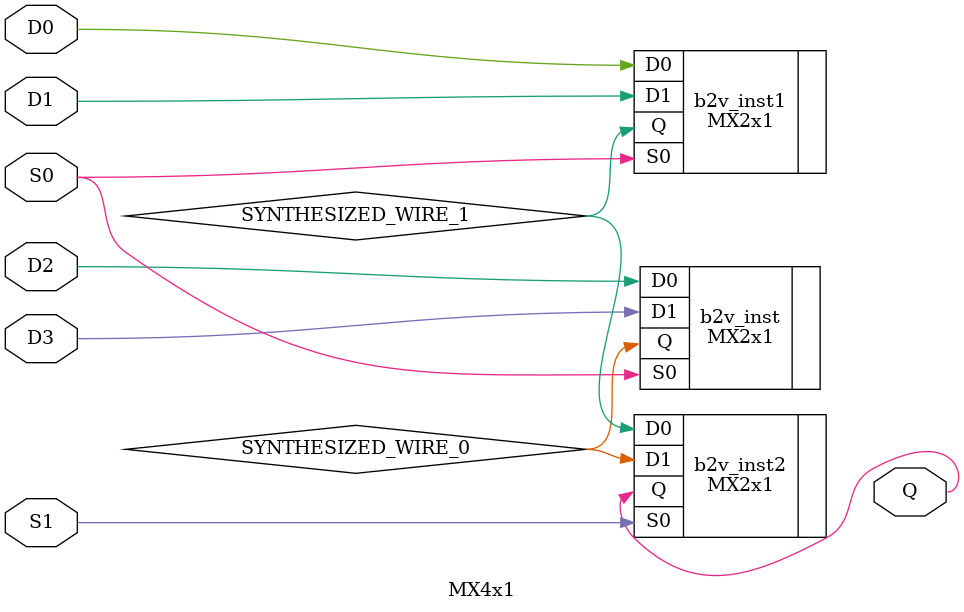
<source format=v>


module MX4x1(
	S1,
	S0,
	D3,
	D2,
	D1,
	D0,
	Q
);


input wire	S1;
input wire	S0;
input wire	D3;
input wire	D2;
input wire	D1;
input wire	D0;
output wire	Q;

wire	SYNTHESIZED_WIRE_0;
wire	SYNTHESIZED_WIRE_1;





MX2x1	b2v_inst(
	.D1(D3),
	.D0(D2),
	.S0(S0),
	.Q(SYNTHESIZED_WIRE_0));


MX2x1	b2v_inst1(
	.D1(D1),
	.D0(D0),
	.S0(S0),
	.Q(SYNTHESIZED_WIRE_1));


MX2x1	b2v_inst2(
	.D1(SYNTHESIZED_WIRE_0),
	.D0(SYNTHESIZED_WIRE_1),
	.S0(S1),
	.Q(Q));


endmodule

</source>
